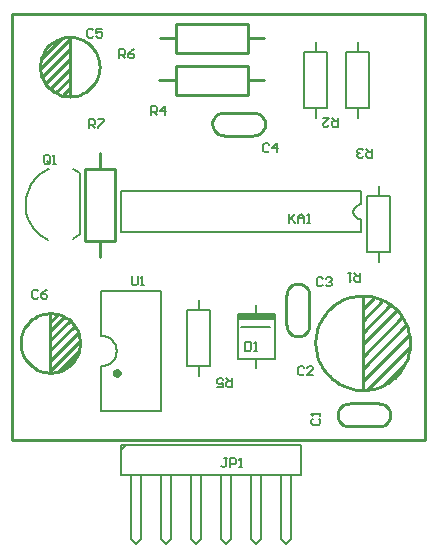
<source format=gto>
%FSLAX24Y24*%
%MOIN*%
G70*
G01*
G75*
%ADD10C,0.0394*%
%ADD11C,0.0700*%
%ADD12C,0.0630*%
%ADD13R,0.0630X0.0630*%
%ADD14R,0.0691X0.0694*%
%ADD15O,0.0691X0.0694*%
%ADD16R,0.0694X0.0691*%
%ADD17O,0.0694X0.0691*%
%ADD18O,0.1000X0.0660*%
%ADD19C,0.0079*%
%ADD20C,0.0100*%
%ADD21C,0.0150*%
%ADD22C,0.0070*%
%ADD23C,0.0050*%
%ADD24R,0.1260X0.0200*%
D19*
X11631Y7904D02*
X11535Y7885D01*
X11454Y7831D01*
X11400Y7750D01*
X11381Y7654D01*
X11400Y7559D01*
X11454Y7478D01*
X11535Y7423D01*
X11631Y7404D01*
X4131Y-3402D02*
X4297Y-3236D01*
X4964Y-3236D02*
X5131Y-3402D01*
X5297Y-3236D01*
X3964D02*
X4131Y-3402D01*
X3647Y-286D02*
X3814Y-119D01*
X3631Y-102D02*
X9631D01*
X3631Y-1102D02*
Y-102D01*
X9631Y-1102D02*
Y-102D01*
X3631Y-1102D02*
X9631D01*
X3964Y-3236D02*
Y-1112D01*
X4297Y-3236D02*
Y-1102D01*
X4964Y-3236D02*
Y-1112D01*
X5297Y-3236D02*
Y-1112D01*
X6131Y-3402D02*
X6297Y-3236D01*
X6964Y-3236D02*
X7131Y-3402D01*
X7297Y-3236D01*
X5964D02*
X6131Y-3402D01*
X5964Y-3236D02*
Y-1112D01*
X6297Y-3236D02*
Y-1102D01*
X6964Y-3236D02*
Y-1112D01*
X7297Y-3236D02*
Y-1112D01*
X8131Y-3402D02*
X8297Y-3236D01*
X8964Y-3236D02*
X9131Y-3402D01*
X9297Y-3236D01*
X7964D02*
X8131Y-3402D01*
X7964Y-3236D02*
Y-1112D01*
X8297Y-3236D02*
Y-1102D01*
X8964Y-3236D02*
Y-1112D01*
X9297Y-3236D02*
Y-1112D01*
X11631Y7904D02*
Y8333D01*
Y6975D02*
Y7404D01*
X3631Y6975D02*
X11631D01*
X3631D02*
Y8333D01*
X11631D01*
D20*
X2272Y3287D02*
X2267Y3387D01*
X2252Y3486D01*
X2226Y3583D01*
X2192Y3677D01*
X2147Y3767D01*
X2094Y3852D01*
X2033Y3931D01*
X1964Y4004D01*
X1888Y4069D01*
X1806Y4127D01*
X1718Y4175D01*
X1626Y4215D01*
X1530Y4245D01*
X1432Y4265D01*
X1332Y4275D01*
X1232D01*
X1132Y4265D01*
X1034Y4245D01*
X938Y4215D01*
X846Y4175D01*
X758Y4127D01*
X676Y4069D01*
X600Y4004D01*
X531Y3931D01*
X469Y3852D01*
X416Y3767D01*
X372Y3677D01*
X337Y3583D01*
X312Y3486D01*
X297Y3387D01*
X292Y3287D01*
X297Y3186D01*
X312Y3087D01*
X337Y2990D01*
X372Y2896D01*
X416Y2806D01*
X469Y2721D01*
X531Y2642D01*
X600Y2569D01*
X676Y2504D01*
X758Y2446D01*
X846Y2398D01*
X938Y2358D01*
X1034Y2328D01*
X1132Y2308D01*
X1232Y2298D01*
X1332D01*
X1432Y2308D01*
X1530Y2328D01*
X1626Y2358D01*
X1718Y2398D01*
X1806Y2446D01*
X1888Y2504D01*
X1964Y2569D01*
X2033Y2642D01*
X2094Y2721D01*
X2148Y2806D01*
X2192Y2896D01*
X2226Y2990D01*
X2252Y3087D01*
X2267Y3186D01*
X2272Y3287D01*
X2921Y12488D02*
X2916Y12588D01*
X2900Y12687D01*
X2875Y12785D01*
X2840Y12879D01*
X2796Y12969D01*
X2743Y13054D01*
X2682Y13133D01*
X2613Y13206D01*
X2537Y13271D01*
X2454Y13328D01*
X2367Y13377D01*
X2275Y13417D01*
X2179Y13447D01*
X2081Y13467D01*
X1981Y13477D01*
X1881D01*
X1781Y13467D01*
X1683Y13447D01*
X1587Y13417D01*
X1495Y13377D01*
X1407Y13328D01*
X1325Y13271D01*
X1249Y13206D01*
X1180Y13133D01*
X1118Y13054D01*
X1065Y12969D01*
X1021Y12879D01*
X986Y12785D01*
X961Y12687D01*
X946Y12588D01*
X941Y12488D01*
X946Y12388D01*
X961Y12289D01*
X986Y12192D01*
X1021Y12098D01*
X1065Y12008D01*
X1118Y11923D01*
X1180Y11843D01*
X1249Y11771D01*
X1325Y11705D01*
X1407Y11648D01*
X1495Y11599D01*
X1587Y11560D01*
X1683Y11530D01*
X1781Y11510D01*
X1881Y11499D01*
X1981D01*
X2081Y11510D01*
X2179Y11530D01*
X2275Y11560D01*
X2367Y11599D01*
X2454Y11648D01*
X2537Y11705D01*
X2613Y11771D01*
X2682Y11843D01*
X2743Y11923D01*
X2796Y12008D01*
X2840Y12098D01*
X2875Y12192D01*
X2900Y12289D01*
X2916Y12388D01*
X2921Y12488D01*
X7053Y10951D02*
X6955Y10939D01*
X6863Y10901D01*
X6784Y10841D01*
X6723Y10762D01*
X6686Y10670D01*
X6673Y10572D01*
X6687Y10474D01*
X6726Y10382D01*
X6788Y10305D01*
X6868Y10246D01*
X6960Y10210D01*
X7059Y10199D01*
X8055Y10199D02*
X8153Y10211D01*
X8245Y10248D01*
X8324Y10309D01*
X8385Y10387D01*
X8423Y10479D01*
X8435Y10578D01*
X8421Y10676D01*
X8382Y10767D01*
X8320Y10845D01*
X8240Y10904D01*
X8148Y10940D01*
X8049Y10951D01*
X9155Y3882D02*
X9167Y3784D01*
X9204Y3692D01*
X9264Y3613D01*
X9343Y3552D01*
X9435Y3515D01*
X9534Y3502D01*
X9632Y3516D01*
X9723Y3555D01*
X9801Y3617D01*
X9860Y3697D01*
X9896Y3789D01*
X9906Y3888D01*
X9907Y4884D02*
X9895Y4983D01*
X9857Y5075D01*
X9797Y5154D01*
X9718Y5214D01*
X9626Y5252D01*
X9528Y5264D01*
X9430Y5250D01*
X9338Y5211D01*
X9260Y5149D01*
X9201Y5070D01*
X9165Y4977D01*
X9155Y4878D01*
X13267Y3288D02*
X13264Y3388D01*
X13254Y3488D01*
X13238Y3586D01*
X13216Y3684D01*
X13188Y3780D01*
X13154Y3873D01*
X13114Y3965D01*
X13068Y4054D01*
X13017Y4140D01*
X12960Y4222D01*
X12898Y4300D01*
X12832Y4375D01*
X12760Y4445D01*
X12685Y4510D01*
X12605Y4571D01*
X12522Y4626D01*
X12436Y4676D01*
X12346Y4721D01*
X12254Y4759D01*
X12160Y4792D01*
X12063Y4819D01*
X11965Y4839D01*
X11866Y4853D01*
X11767Y4861D01*
X11667Y4863D01*
X11567Y4858D01*
X11468Y4847D01*
X11369Y4830D01*
X11272Y4806D01*
X11177Y4776D01*
X11084Y4741D01*
X10993Y4699D01*
X10905Y4652D01*
X10820Y4599D01*
X10738Y4541D01*
X10661Y4478D01*
X10587Y4411D01*
X10518Y4338D01*
X10454Y4262D01*
X10395Y4181D01*
X10341Y4097D01*
X10292Y4010D01*
X10249Y3920D01*
X10212Y3827D01*
X10181Y3732D01*
X10156Y3635D01*
X10137Y3537D01*
X10124Y3438D01*
X10118Y3338D01*
Y3238D01*
X10124Y3138D01*
X10137Y3039D01*
X10156Y2941D01*
X10181Y2845D01*
X10212Y2750D01*
X10249Y2657D01*
X10292Y2567D01*
X10341Y2479D01*
X10395Y2395D01*
X10454Y2315D01*
X10518Y2238D01*
X10587Y2166D01*
X10661Y2098D01*
X10738Y2035D01*
X10820Y1977D01*
X10905Y1924D01*
X10993Y1877D01*
X11084Y1836D01*
X11177Y1800D01*
X11272Y1770D01*
X11369Y1747D01*
X11468Y1729D01*
X11567Y1718D01*
X11667Y1714D01*
X11767Y1715D01*
X11866Y1723D01*
X11965Y1737D01*
X12063Y1758D01*
X12160Y1784D01*
X12254Y1817D01*
X12346Y1856D01*
X12436Y1900D01*
X12522Y1950D01*
X12605Y2005D01*
X12685Y2066D01*
X12760Y2131D01*
X12832Y2201D01*
X12898Y2276D01*
X12960Y2354D01*
X13017Y2437D01*
X13068Y2523D01*
X13114Y2611D01*
X13154Y2703D01*
X13188Y2797D01*
X13216Y2893D01*
X13238Y2990D01*
X13254Y3089D01*
X13264Y3188D01*
X13267Y3288D01*
X12237Y512D02*
X12335Y524D01*
X12427Y562D01*
X12506Y622D01*
X12566Y701D01*
X12604Y793D01*
X12617Y891D01*
X12603Y989D01*
X12564Y1081D01*
X12502Y1158D01*
X12422Y1217D01*
X12330Y1253D01*
X12231Y1264D01*
X11235Y1264D02*
X11136Y1252D01*
X11044Y1215D01*
X10965Y1154D01*
X10905Y1076D01*
X10867Y984D01*
X10855Y885D01*
X10869Y787D01*
X10908Y696D01*
X10969Y618D01*
X11049Y559D01*
X11142Y523D01*
X11241Y512D01*
X0Y14232D02*
X13780D01*
Y59D02*
Y14232D01*
X0Y59D02*
X13780D01*
X0D02*
Y14232D01*
X1282Y2307D02*
Y4277D01*
Y3807D02*
Y3967D01*
Y3807D02*
Y3977D01*
X1522Y4217D01*
X1282Y3667D02*
Y3677D01*
X1742Y4137D01*
X1282Y3367D02*
X1932Y4017D01*
X1282Y2997D02*
Y3037D01*
X2072Y3827D01*
X1282Y2677D02*
Y2687D01*
X2212Y3617D01*
X1282Y2357D02*
X2272Y3347D01*
X1462Y2327D02*
X1542D01*
X2222Y3007D01*
X2439Y9088D02*
X3423D01*
Y6688D02*
Y9088D01*
X2439Y6688D02*
X3423D01*
X2439D02*
Y9088D01*
X2931Y6158D02*
Y6678D01*
Y9108D02*
Y9628D01*
X1931Y11498D02*
Y13468D01*
Y11808D02*
Y11968D01*
Y11798D02*
Y11968D01*
X1691Y11558D02*
X1931Y11798D01*
Y12098D02*
Y12108D01*
X1471Y11638D02*
X1931Y12098D01*
X1281Y11758D02*
X1931Y12408D01*
Y12738D02*
Y12778D01*
X1141Y11948D02*
X1931Y12738D01*
Y13088D02*
Y13098D01*
X1001Y12158D02*
X1931Y13088D01*
X941Y12428D02*
X1931Y13418D01*
X1671Y13448D02*
X1751D01*
X991Y12768D02*
X1671Y13448D01*
X7858Y12943D02*
Y13927D01*
X5458Y12943D02*
X7858D01*
X5458D02*
Y13927D01*
X7858D01*
X4928Y13435D02*
X5448D01*
X7878D02*
X8398D01*
X5458Y11543D02*
Y12527D01*
X7858D01*
Y11543D02*
Y12527D01*
X5458Y11543D02*
X7858D01*
X7868Y12035D02*
X8388D01*
X4918D02*
X5438D01*
X7059Y10955D02*
X8059D01*
X7069Y10195D02*
X8029D01*
X9151Y3888D02*
Y4888D01*
X9911Y3898D02*
Y4858D01*
X11692Y1713D02*
Y4863D01*
Y4328D02*
Y4408D01*
X12072Y4788D01*
X11692Y3798D02*
Y4028D01*
X12352Y4688D01*
X11692Y3508D02*
Y3628D01*
X12602Y4538D01*
X11692Y3058D02*
Y3238D01*
X12822Y4368D01*
X11692Y2748D02*
Y2828D01*
X13002Y4138D01*
X11692Y2428D02*
X13142Y3878D01*
X11692Y2028D02*
X13222Y3558D01*
X11712Y1718D02*
X11842D01*
X13262Y3138D01*
X12372Y1888D02*
X12392D01*
X13102Y2598D01*
X11231Y508D02*
X12231D01*
X11261Y1268D02*
X12221D01*
D21*
X3572Y2282D02*
X3517Y2358D01*
X3427Y2329D01*
Y2235D01*
X3517Y2206D01*
X3572Y2282D01*
D22*
X2978Y2512D02*
X3078Y2519D01*
X3174Y2545D01*
X3263Y2590D01*
X3342Y2652D01*
X3407Y2728D01*
X3455Y2815D01*
X3485Y2911D01*
X3495Y3010D01*
X3485Y3110D01*
X3456Y3205D01*
X3409Y3293D01*
X3345Y3370D01*
X3267Y3432D01*
X3178Y3477D01*
X3082Y3504D01*
X2982Y3512D01*
X1231Y9088D02*
X1142Y9044D01*
X1057Y8994D01*
X975Y8938D01*
X898Y8876D01*
X826Y8808D01*
X760Y8734D01*
X699Y8656D01*
X644Y8574D01*
X596Y8487D01*
X555Y8397D01*
X520Y8305D01*
X493Y8210D01*
X473Y8113D01*
X460Y8015D01*
X455Y7916D01*
X457Y7817D01*
X467Y7718D01*
X485Y7621D01*
X510Y7525D01*
X542Y7431D01*
X581Y7340D01*
X626Y7253D01*
X679Y7169D01*
X737Y7089D01*
X802Y7014D01*
X872Y6944D01*
X947Y6879D01*
X1027Y6821D01*
X1111Y6769D01*
X1199Y6723D01*
X12231Y5968D02*
Y6318D01*
X11851D02*
Y8168D01*
X12231D02*
Y8508D01*
X12611Y6318D02*
Y8168D01*
X11851D02*
X12611D01*
X11851Y6318D02*
X12611D01*
X6231Y2168D02*
Y2518D01*
X5851D02*
Y4368D01*
X6231D02*
Y4708D01*
X6611Y2518D02*
Y4368D01*
X5851D02*
X6611D01*
X5851Y2518D02*
X6611D01*
X10131Y10768D02*
Y11118D01*
X9751D02*
Y12968D01*
X10131D02*
Y13308D01*
X10511Y11118D02*
Y12968D01*
X9751D02*
X10511D01*
X9751Y11118D02*
X10511D01*
X11531Y10768D02*
Y11118D01*
X11151D02*
Y12968D01*
X11531D02*
Y13308D01*
X11911Y11118D02*
Y12968D01*
X11151D02*
X11911D01*
X11151Y11118D02*
X11911D01*
X2982Y5012D02*
X4982D01*
Y1012D02*
Y5012D01*
X2982Y1012D02*
X4982D01*
X2982Y3522D02*
Y5012D01*
Y1012D02*
Y2512D01*
X8131Y4238D02*
X8781D01*
Y2738D02*
Y4238D01*
X7521Y2738D02*
X8781D01*
X7521D02*
Y4238D01*
X8131D01*
Y2438D02*
Y2738D01*
Y4238D02*
Y4538D01*
X7631Y3828D02*
X8601D01*
X8131Y4238D02*
X8341D01*
X7971D02*
X8131D01*
X2033Y6735D02*
X2281Y6908D01*
X2021Y9068D02*
X2281Y8938D01*
Y6908D02*
Y8938D01*
D23*
X7171Y-565D02*
X7071D01*
X7121D01*
Y-815D01*
X7071Y-865D01*
X7021D01*
X6971Y-815D01*
X7271Y-865D02*
Y-565D01*
X7421D01*
X7471Y-615D01*
Y-715D01*
X7421Y-765D01*
X7271D01*
X7571Y-865D02*
X7671D01*
X7621D01*
Y-565D01*
X7571Y-615D01*
X9252Y7583D02*
Y7283D01*
Y7383D01*
X9452Y7583D01*
X9302Y7433D01*
X9452Y7283D01*
X9552D02*
Y7483D01*
X9652Y7583D01*
X9752Y7483D01*
Y7283D01*
Y7433D01*
X9552D01*
X9852Y7283D02*
X9952D01*
X9902D01*
Y7583D01*
X9852Y7533D01*
X10036Y753D02*
X9986Y703D01*
Y603D01*
X10036Y553D01*
X10236D01*
X10286Y603D01*
Y703D01*
X10236Y753D01*
X10286Y853D02*
Y953D01*
Y903D01*
X9986D01*
X10036Y853D01*
X9747Y2464D02*
X9697Y2514D01*
X9597D01*
X9547Y2464D01*
Y2265D01*
X9597Y2215D01*
X9697D01*
X9747Y2265D01*
X10047Y2215D02*
X9847D01*
X10047Y2414D01*
Y2464D01*
X9997Y2514D01*
X9897D01*
X9847Y2464D01*
X10357Y5417D02*
X10307Y5467D01*
X10207D01*
X10157Y5417D01*
Y5217D01*
X10207Y5167D01*
X10307D01*
X10357Y5217D01*
X10457Y5417D02*
X10507Y5467D01*
X10607D01*
X10657Y5417D01*
Y5367D01*
X10607Y5317D01*
X10557D01*
X10607D01*
X10657Y5267D01*
Y5217D01*
X10607Y5167D01*
X10507D01*
X10457Y5217D01*
X8586Y9896D02*
X8536Y9946D01*
X8436D01*
X8386Y9896D01*
Y9696D01*
X8436Y9646D01*
X8536D01*
X8586Y9696D01*
X8836Y9646D02*
Y9946D01*
X8686Y9796D01*
X8886D01*
X2710Y13707D02*
X2660Y13757D01*
X2560D01*
X2510Y13707D01*
Y13507D01*
X2560Y13457D01*
X2660D01*
X2710Y13507D01*
X3010Y13757D02*
X2810D01*
Y13607D01*
X2910Y13657D01*
X2960D01*
X3010Y13607D01*
Y13507D01*
X2960Y13457D01*
X2860D01*
X2810Y13507D01*
X879Y5014D02*
X829Y5064D01*
X729D01*
X679Y5014D01*
Y4814D01*
X729Y4764D01*
X829D01*
X879Y4814D01*
X1179Y5064D02*
X1079Y5014D01*
X979Y4914D01*
Y4814D01*
X1029Y4764D01*
X1129D01*
X1179Y4814D01*
Y4864D01*
X1129Y4914D01*
X979D01*
X1267Y9304D02*
Y9503D01*
X1217Y9553D01*
X1117D01*
X1067Y9503D01*
Y9304D01*
X1117Y9254D01*
X1217D01*
X1167Y9354D02*
X1267Y9254D01*
X1217D02*
X1267Y9304D01*
X1367Y9254D02*
X1467D01*
X1417D01*
Y9553D01*
X1367Y9503D01*
X11614Y5630D02*
Y5330D01*
X11464D01*
X11414Y5380D01*
Y5480D01*
X11464Y5530D01*
X11614D01*
X11514D02*
X11414Y5630D01*
X11314D02*
X11214D01*
X11264D01*
Y5330D01*
X11314Y5380D01*
X10865Y10787D02*
Y10488D01*
X10715D01*
X10665Y10537D01*
Y10637D01*
X10715Y10687D01*
X10865D01*
X10765D02*
X10665Y10787D01*
X10365D02*
X10565D01*
X10365Y10587D01*
Y10537D01*
X10415Y10488D01*
X10515D01*
X10565Y10537D01*
X12008Y9754D02*
Y9454D01*
X11858D01*
X11808Y9504D01*
Y9604D01*
X11858Y9654D01*
X12008D01*
X11908D02*
X11808Y9754D01*
X11708Y9504D02*
X11658Y9454D01*
X11558D01*
X11508Y9504D01*
Y9554D01*
X11558Y9604D01*
X11608D01*
X11558D01*
X11508Y9654D01*
Y9704D01*
X11558Y9754D01*
X11658D01*
X11708Y9704D01*
X4646Y10866D02*
Y11166D01*
X4796D01*
X4846Y11116D01*
Y11016D01*
X4796Y10966D01*
X4646D01*
X4746D02*
X4846Y10866D01*
X5096D02*
Y11166D01*
X4946Y11016D01*
X5146D01*
X7343Y2106D02*
Y1806D01*
X7193D01*
X7143Y1856D01*
Y1956D01*
X7193Y2006D01*
X7343D01*
X7243D02*
X7143Y2106D01*
X6843Y1806D02*
X7043D01*
Y1956D01*
X6943Y1906D01*
X6893D01*
X6843Y1956D01*
Y2056D01*
X6893Y2106D01*
X6993D01*
X7043Y2056D01*
X3573Y12776D02*
Y13075D01*
X3723D01*
X3773Y13026D01*
Y12926D01*
X3723Y12876D01*
X3573D01*
X3673D02*
X3773Y12776D01*
X4073Y13075D02*
X3973Y13026D01*
X3873Y12926D01*
Y12826D01*
X3923Y12776D01*
X4023D01*
X4073Y12826D01*
Y12876D01*
X4023Y12926D01*
X3873D01*
X2562Y10433D02*
Y10733D01*
X2712D01*
X2762Y10683D01*
Y10583D01*
X2712Y10533D01*
X2562D01*
X2662D02*
X2762Y10433D01*
X2862Y10733D02*
X3062D01*
Y10683D01*
X2862Y10483D01*
Y10433D01*
X3996Y5507D02*
Y5257D01*
X4046Y5207D01*
X4146D01*
X4196Y5257D01*
Y5507D01*
X4296Y5207D02*
X4396D01*
X4346D01*
Y5507D01*
X4296Y5457D01*
X7773Y3327D02*
Y3027D01*
X7923D01*
X7973Y3077D01*
Y3277D01*
X7923Y3327D01*
X7773D01*
X8073Y3027D02*
X8173D01*
X8123D01*
Y3327D01*
X8073Y3277D01*
D24*
X8151Y4138D02*
D03*
M02*

</source>
